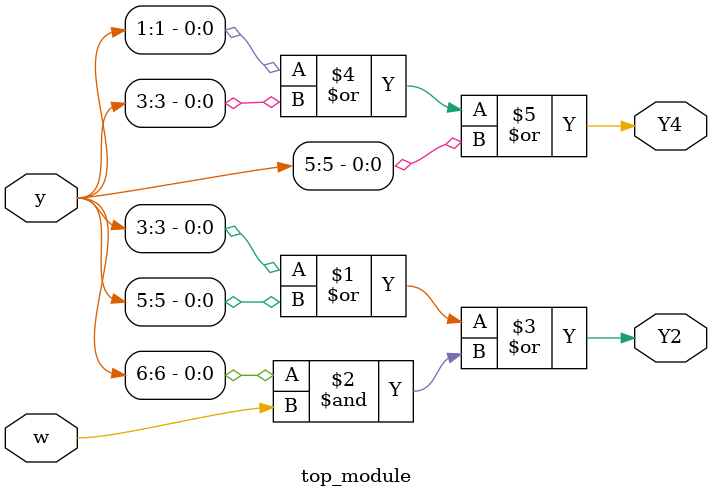
<source format=sv>
module top_module (
    input [6:1] y,
    input w,
    output Y2,
    output Y4
);

    assign Y2 = y[3] | y[5] | (y[6] & w);
    assign Y4 = y[1] | y[3] | y[5];

endmodule

</source>
